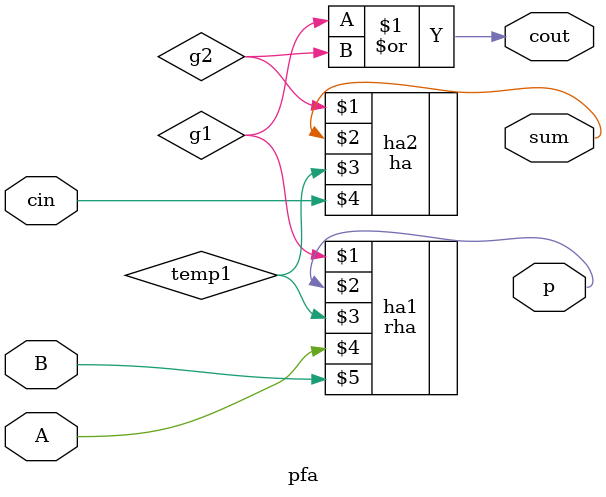
<source format=v>
module pfa (cout, p, sum, A, B, cin);

    input A, B, cin;

    output sum, cout, p;

    rha ha1 (g1, p, temp1, A, B);
    ha ha2 (g2, sum, temp1, cin);
    or o1 (cout, g1, g2);

endmodule
</source>
